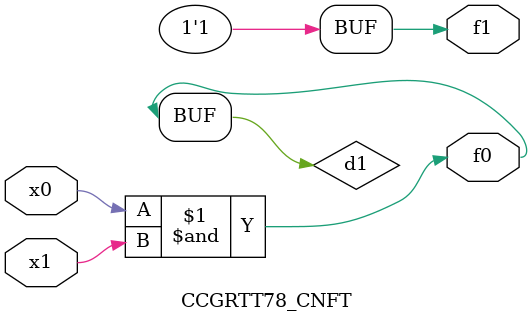
<source format=v>
module CCGRTT78_CNFT(
	input x0, x1,
	output f0, f1
);

	wire d1;

	assign f0 = d1;
	and (d1, x0, x1);
	assign f1 = 1'b1;
endmodule

</source>
